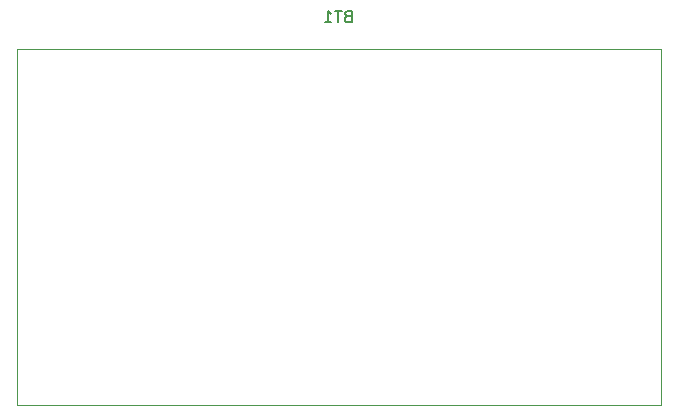
<source format=gbr>
%TF.GenerationSoftware,KiCad,Pcbnew,(5.1.9)-1*%
%TF.CreationDate,2022-07-25T22:00:42-05:00*%
%TF.ProjectId,GPSPuck,47505350-7563-46b2-9e6b-696361645f70,1*%
%TF.SameCoordinates,Original*%
%TF.FileFunction,Legend,Bot*%
%TF.FilePolarity,Positive*%
%FSLAX46Y46*%
G04 Gerber Fmt 4.6, Leading zero omitted, Abs format (unit mm)*
G04 Created by KiCad (PCBNEW (5.1.9)-1) date 2022-07-25 22:00:42*
%MOMM*%
%LPD*%
G01*
G04 APERTURE LIST*
%ADD10C,0.120000*%
%ADD11C,0.150000*%
G04 APERTURE END LIST*
D10*
%TO.C,BT1*%
X125060000Y-68720000D02*
X70560000Y-68720000D01*
X70560000Y-68720000D02*
X70560000Y-98920000D01*
X70560000Y-98920000D02*
X125060000Y-98920000D01*
X125060000Y-98920000D02*
X125060000Y-68720000D01*
D11*
X98575714Y-65968571D02*
X98432857Y-66016190D01*
X98385238Y-66063809D01*
X98337619Y-66159047D01*
X98337619Y-66301904D01*
X98385238Y-66397142D01*
X98432857Y-66444761D01*
X98528095Y-66492380D01*
X98909047Y-66492380D01*
X98909047Y-65492380D01*
X98575714Y-65492380D01*
X98480476Y-65540000D01*
X98432857Y-65587619D01*
X98385238Y-65682857D01*
X98385238Y-65778095D01*
X98432857Y-65873333D01*
X98480476Y-65920952D01*
X98575714Y-65968571D01*
X98909047Y-65968571D01*
X98051904Y-65492380D02*
X97480476Y-65492380D01*
X97766190Y-66492380D02*
X97766190Y-65492380D01*
X96623333Y-66492380D02*
X97194761Y-66492380D01*
X96909047Y-66492380D02*
X96909047Y-65492380D01*
X97004285Y-65635238D01*
X97099523Y-65730476D01*
X97194761Y-65778095D01*
%TD*%
M02*

</source>
